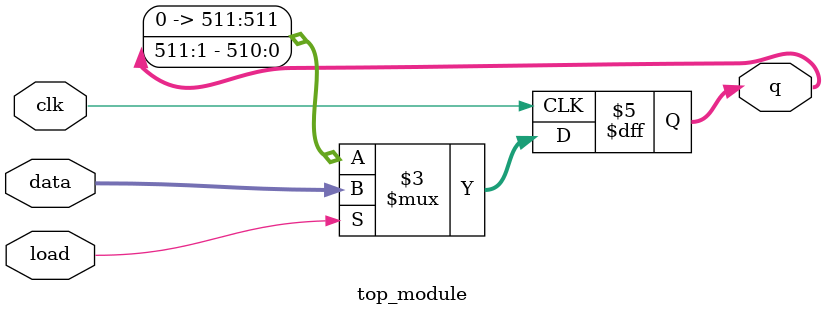
<source format=sv>
module top_module(
    input clk,
    input load,
    input [511:0] data,
    output reg [511:0] q
);
 
always @(posedge clk) begin
    if (load)
        q <= data;
    else begin
        q <= {1'b0, q[511:1]};
    end
end

endmodule

</source>
